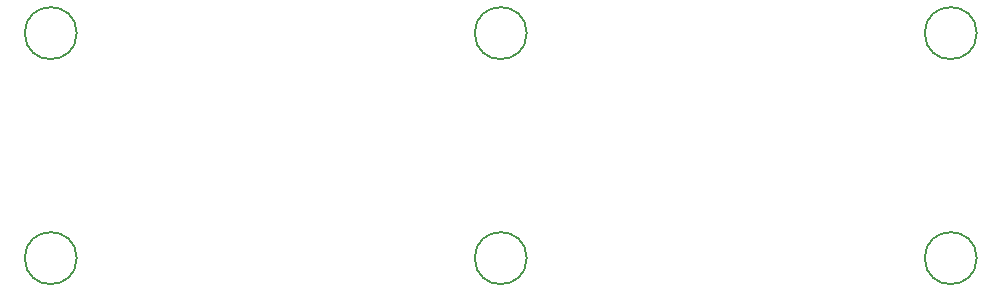
<source format=gbr>
%TF.GenerationSoftware,KiCad,Pcbnew,8.0.7*%
%TF.CreationDate,2024-12-30T11:07:06+09:00*%
%TF.ProjectId,pisces,70697363-6573-42e6-9b69-6361645f7063,rev?*%
%TF.SameCoordinates,Original*%
%TF.FileFunction,Other,Comment*%
%FSLAX46Y46*%
G04 Gerber Fmt 4.6, Leading zero omitted, Abs format (unit mm)*
G04 Created by KiCad (PCBNEW 8.0.7) date 2024-12-30 11:07:06*
%MOMM*%
%LPD*%
G01*
G04 APERTURE LIST*
%ADD10C,0.150000*%
G04 APERTURE END LIST*
D10*
%TO.C,HOLE1*%
X68857000Y-51143500D02*
G75*
G02*
X64457000Y-51143500I-2200000J0D01*
G01*
X64457000Y-51143500D02*
G75*
G02*
X68857000Y-51143500I2200000J0D01*
G01*
%TO.C,HOLE2*%
X68857000Y-70193500D02*
G75*
G02*
X64457000Y-70193500I-2200000J0D01*
G01*
X64457000Y-70193500D02*
G75*
G02*
X68857000Y-70193500I2200000J0D01*
G01*
%TO.C,HOLE7*%
X106957000Y-51143500D02*
G75*
G02*
X102557000Y-51143500I-2200000J0D01*
G01*
X102557000Y-51143500D02*
G75*
G02*
X106957000Y-51143500I2200000J0D01*
G01*
%TO.C,HOLE8*%
X106957000Y-70193500D02*
G75*
G02*
X102557000Y-70193500I-2200000J0D01*
G01*
X102557000Y-70193500D02*
G75*
G02*
X106957000Y-70193500I2200000J0D01*
G01*
%TO.C,HOLE13*%
X145057000Y-51143500D02*
G75*
G02*
X140657000Y-51143500I-2200000J0D01*
G01*
X140657000Y-51143500D02*
G75*
G02*
X145057000Y-51143500I2200000J0D01*
G01*
%TO.C,HOLE14*%
X145057000Y-70193500D02*
G75*
G02*
X140657000Y-70193500I-2200000J0D01*
G01*
X140657000Y-70193500D02*
G75*
G02*
X145057000Y-70193500I2200000J0D01*
G01*
%TD*%
M02*

</source>
